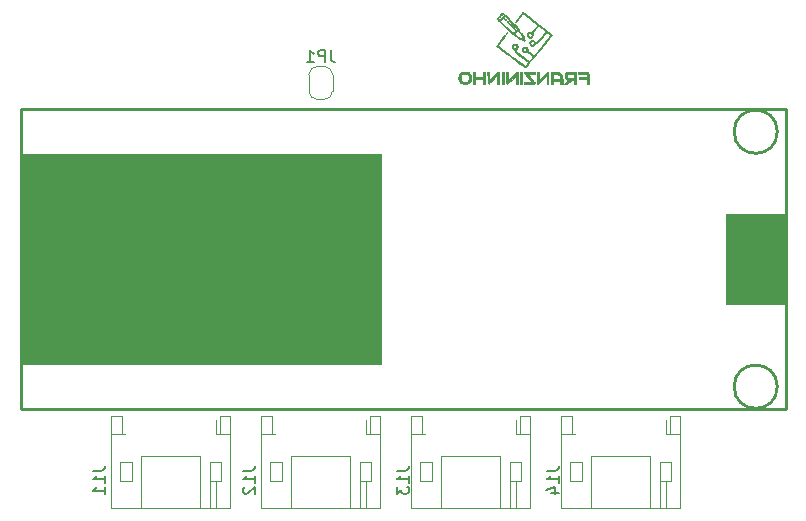
<source format=gbr>
%TF.GenerationSoftware,KiCad,Pcbnew,7.0.6-7.0.6~ubuntu22.04.1*%
%TF.CreationDate,2023-07-15T17:42:53-03:00*%
%TF.ProjectId,FRANZININHO-WIFI-MAKEYMAKEY,4652414e-5a49-44e4-994e-484f2d574946,1.0.0*%
%TF.SameCoordinates,Original*%
%TF.FileFunction,Legend,Bot*%
%TF.FilePolarity,Positive*%
%FSLAX46Y46*%
G04 Gerber Fmt 4.6, Leading zero omitted, Abs format (unit mm)*
G04 Created by KiCad (PCBNEW 7.0.6-7.0.6~ubuntu22.04.1) date 2023-07-15 17:42:53*
%MOMM*%
%LPD*%
G01*
G04 APERTURE LIST*
%ADD10C,0.150000*%
%ADD11C,0.010000*%
%ADD12C,0.254000*%
%ADD13C,0.120000*%
G04 APERTURE END LIST*
D10*
X139472319Y-119522976D02*
X140186604Y-119522976D01*
X140186604Y-119522976D02*
X140329461Y-119475357D01*
X140329461Y-119475357D02*
X140424700Y-119380119D01*
X140424700Y-119380119D02*
X140472319Y-119237262D01*
X140472319Y-119237262D02*
X140472319Y-119142024D01*
X140472319Y-120522976D02*
X140472319Y-119951548D01*
X140472319Y-120237262D02*
X139472319Y-120237262D01*
X139472319Y-120237262D02*
X139615176Y-120142024D01*
X139615176Y-120142024D02*
X139710414Y-120046786D01*
X139710414Y-120046786D02*
X139758033Y-119951548D01*
X139567557Y-120903929D02*
X139519938Y-120951548D01*
X139519938Y-120951548D02*
X139472319Y-121046786D01*
X139472319Y-121046786D02*
X139472319Y-121284881D01*
X139472319Y-121284881D02*
X139519938Y-121380119D01*
X139519938Y-121380119D02*
X139567557Y-121427738D01*
X139567557Y-121427738D02*
X139662795Y-121475357D01*
X139662795Y-121475357D02*
X139758033Y-121475357D01*
X139758033Y-121475357D02*
X139900890Y-121427738D01*
X139900890Y-121427738D02*
X140472319Y-120856310D01*
X140472319Y-120856310D02*
X140472319Y-121475357D01*
X152489819Y-119522976D02*
X153204104Y-119522976D01*
X153204104Y-119522976D02*
X153346961Y-119475357D01*
X153346961Y-119475357D02*
X153442200Y-119380119D01*
X153442200Y-119380119D02*
X153489819Y-119237262D01*
X153489819Y-119237262D02*
X153489819Y-119142024D01*
X153489819Y-120522976D02*
X153489819Y-119951548D01*
X153489819Y-120237262D02*
X152489819Y-120237262D01*
X152489819Y-120237262D02*
X152632676Y-120142024D01*
X152632676Y-120142024D02*
X152727914Y-120046786D01*
X152727914Y-120046786D02*
X152775533Y-119951548D01*
X152489819Y-120856310D02*
X152489819Y-121475357D01*
X152489819Y-121475357D02*
X152870771Y-121142024D01*
X152870771Y-121142024D02*
X152870771Y-121284881D01*
X152870771Y-121284881D02*
X152918390Y-121380119D01*
X152918390Y-121380119D02*
X152966009Y-121427738D01*
X152966009Y-121427738D02*
X153061247Y-121475357D01*
X153061247Y-121475357D02*
X153299342Y-121475357D01*
X153299342Y-121475357D02*
X153394580Y-121427738D01*
X153394580Y-121427738D02*
X153442200Y-121380119D01*
X153442200Y-121380119D02*
X153489819Y-121284881D01*
X153489819Y-121284881D02*
X153489819Y-120999167D01*
X153489819Y-120999167D02*
X153442200Y-120903929D01*
X153442200Y-120903929D02*
X153394580Y-120856310D01*
X126772319Y-119522976D02*
X127486604Y-119522976D01*
X127486604Y-119522976D02*
X127629461Y-119475357D01*
X127629461Y-119475357D02*
X127724700Y-119380119D01*
X127724700Y-119380119D02*
X127772319Y-119237262D01*
X127772319Y-119237262D02*
X127772319Y-119142024D01*
X127772319Y-120522976D02*
X127772319Y-119951548D01*
X127772319Y-120237262D02*
X126772319Y-120237262D01*
X126772319Y-120237262D02*
X126915176Y-120142024D01*
X126915176Y-120142024D02*
X127010414Y-120046786D01*
X127010414Y-120046786D02*
X127058033Y-119951548D01*
X127772319Y-121475357D02*
X127772319Y-120903929D01*
X127772319Y-121189643D02*
X126772319Y-121189643D01*
X126772319Y-121189643D02*
X126915176Y-121094405D01*
X126915176Y-121094405D02*
X127010414Y-120999167D01*
X127010414Y-120999167D02*
X127058033Y-120903929D01*
X146883333Y-83909819D02*
X146883333Y-84624104D01*
X146883333Y-84624104D02*
X146930952Y-84766961D01*
X146930952Y-84766961D02*
X147026190Y-84862200D01*
X147026190Y-84862200D02*
X147169047Y-84909819D01*
X147169047Y-84909819D02*
X147264285Y-84909819D01*
X146407142Y-84909819D02*
X146407142Y-83909819D01*
X146407142Y-83909819D02*
X146026190Y-83909819D01*
X146026190Y-83909819D02*
X145930952Y-83957438D01*
X145930952Y-83957438D02*
X145883333Y-84005057D01*
X145883333Y-84005057D02*
X145835714Y-84100295D01*
X145835714Y-84100295D02*
X145835714Y-84243152D01*
X145835714Y-84243152D02*
X145883333Y-84338390D01*
X145883333Y-84338390D02*
X145930952Y-84386009D01*
X145930952Y-84386009D02*
X146026190Y-84433628D01*
X146026190Y-84433628D02*
X146407142Y-84433628D01*
X144883333Y-84909819D02*
X145454761Y-84909819D01*
X145169047Y-84909819D02*
X145169047Y-83909819D01*
X145169047Y-83909819D02*
X145264285Y-84052676D01*
X145264285Y-84052676D02*
X145359523Y-84147914D01*
X145359523Y-84147914D02*
X145454761Y-84195533D01*
X165189819Y-119522976D02*
X165904104Y-119522976D01*
X165904104Y-119522976D02*
X166046961Y-119475357D01*
X166046961Y-119475357D02*
X166142200Y-119380119D01*
X166142200Y-119380119D02*
X166189819Y-119237262D01*
X166189819Y-119237262D02*
X166189819Y-119142024D01*
X166189819Y-120522976D02*
X166189819Y-119951548D01*
X166189819Y-120237262D02*
X165189819Y-120237262D01*
X165189819Y-120237262D02*
X165332676Y-120142024D01*
X165332676Y-120142024D02*
X165427914Y-120046786D01*
X165427914Y-120046786D02*
X165475533Y-119951548D01*
X165523152Y-121380119D02*
X166189819Y-121380119D01*
X165142200Y-121142024D02*
X165856485Y-120903929D01*
X165856485Y-120903929D02*
X165856485Y-121522976D01*
%TO.C,G\u002A\u002A\u002A*%
D11*
X168307392Y-85750500D02*
X168473260Y-85752887D01*
X168592241Y-85758606D01*
X168667380Y-85767868D01*
X168701721Y-85780880D01*
X168709836Y-85796811D01*
X168719937Y-85852549D01*
X168726891Y-85948737D01*
X168730908Y-86088804D01*
X168732200Y-86276180D01*
X168732200Y-86741000D01*
X168554400Y-86741000D01*
X168554400Y-85928200D01*
X167843200Y-85928200D01*
X167843200Y-85750400D01*
X168257221Y-85750400D01*
X168307392Y-85750500D01*
G36*
X168307392Y-85750500D02*
G01*
X168473260Y-85752887D01*
X168592241Y-85758606D01*
X168667380Y-85767868D01*
X168701721Y-85780880D01*
X168709836Y-85796811D01*
X168719937Y-85852549D01*
X168726891Y-85948737D01*
X168730908Y-86088804D01*
X168732200Y-86276180D01*
X168732200Y-86741000D01*
X168554400Y-86741000D01*
X168554400Y-85928200D01*
X167843200Y-85928200D01*
X167843200Y-85750400D01*
X168257221Y-85750400D01*
X168307392Y-85750500D01*
G37*
X167259725Y-85750443D02*
X167427927Y-85752643D01*
X167548821Y-85758313D01*
X167625315Y-85767657D01*
X167660321Y-85780880D01*
X167668436Y-85796811D01*
X167678537Y-85852549D01*
X167685491Y-85948737D01*
X167689508Y-86088804D01*
X167690800Y-86276180D01*
X167690800Y-86741000D01*
X167513000Y-86741000D01*
X167513000Y-85928200D01*
X166878000Y-85928200D01*
X166878000Y-86040685D01*
X166878731Y-86077369D01*
X166889147Y-86146221D01*
X166918229Y-86191401D01*
X166973960Y-86217717D01*
X167064327Y-86229981D01*
X167197315Y-86233000D01*
X167436800Y-86233000D01*
X167436800Y-86321900D01*
X167433628Y-86375661D01*
X167415454Y-86404525D01*
X167371090Y-86410800D01*
X167316883Y-86427123D01*
X167229980Y-86481899D01*
X167112657Y-86575900D01*
X167098713Y-86587832D01*
X167012904Y-86659514D01*
X166951324Y-86704418D01*
X166901879Y-86728723D01*
X166852474Y-86738608D01*
X166791017Y-86740255D01*
X166662100Y-86739510D01*
X166738725Y-86670405D01*
X166769264Y-86643167D01*
X166845444Y-86576503D01*
X166923574Y-86509364D01*
X167031799Y-86417429D01*
X166956332Y-86402336D01*
X166940363Y-86398078D01*
X166868406Y-86363963D01*
X166797881Y-86313097D01*
X166791472Y-86307333D01*
X166749581Y-86264279D01*
X166725184Y-86219598D01*
X166712256Y-86156900D01*
X166704774Y-86059795D01*
X166703734Y-86040885D01*
X166701058Y-85951400D01*
X166707171Y-85894381D01*
X166725575Y-85854273D01*
X166759771Y-85815520D01*
X166781073Y-85795067D01*
X166807120Y-85776439D01*
X166841059Y-85763878D01*
X166891472Y-85756188D01*
X166966939Y-85752176D01*
X167076044Y-85750644D01*
X167227366Y-85750400D01*
X167259725Y-85750443D01*
G36*
X167259725Y-85750443D02*
G01*
X167427927Y-85752643D01*
X167548821Y-85758313D01*
X167625315Y-85767657D01*
X167660321Y-85780880D01*
X167668436Y-85796811D01*
X167678537Y-85852549D01*
X167685491Y-85948737D01*
X167689508Y-86088804D01*
X167690800Y-86276180D01*
X167690800Y-86741000D01*
X167513000Y-86741000D01*
X167513000Y-85928200D01*
X166878000Y-85928200D01*
X166878000Y-86040685D01*
X166878731Y-86077369D01*
X166889147Y-86146221D01*
X166918229Y-86191401D01*
X166973960Y-86217717D01*
X167064327Y-86229981D01*
X167197315Y-86233000D01*
X167436800Y-86233000D01*
X167436800Y-86321900D01*
X167433628Y-86375661D01*
X167415454Y-86404525D01*
X167371090Y-86410800D01*
X167316883Y-86427123D01*
X167229980Y-86481899D01*
X167112657Y-86575900D01*
X167098713Y-86587832D01*
X167012904Y-86659514D01*
X166951324Y-86704418D01*
X166901879Y-86728723D01*
X166852474Y-86738608D01*
X166791017Y-86740255D01*
X166662100Y-86739510D01*
X166738725Y-86670405D01*
X166769264Y-86643167D01*
X166845444Y-86576503D01*
X166923574Y-86509364D01*
X167031799Y-86417429D01*
X166956332Y-86402336D01*
X166940363Y-86398078D01*
X166868406Y-86363963D01*
X166797881Y-86313097D01*
X166791472Y-86307333D01*
X166749581Y-86264279D01*
X166725184Y-86219598D01*
X166712256Y-86156900D01*
X166704774Y-86059795D01*
X166703734Y-86040885D01*
X166701058Y-85951400D01*
X166707171Y-85894381D01*
X166725575Y-85854273D01*
X166759771Y-85815520D01*
X166781073Y-85795067D01*
X166807120Y-85776439D01*
X166841059Y-85763878D01*
X166891472Y-85756188D01*
X166966939Y-85752176D01*
X167076044Y-85750644D01*
X167227366Y-85750400D01*
X167259725Y-85750443D01*
G37*
X166517607Y-86252320D02*
X166522400Y-86431519D01*
X166522400Y-86741000D01*
X166344600Y-86741000D01*
X166344600Y-86487000D01*
X165709600Y-86487000D01*
X165709600Y-86741000D01*
X165531800Y-86741000D01*
X165531800Y-86309200D01*
X165709600Y-86309200D01*
X166344600Y-86309200D01*
X166344600Y-86213251D01*
X166334399Y-86125674D01*
X166289194Y-86036899D01*
X166205667Y-85975453D01*
X166081422Y-85939748D01*
X165914062Y-85928200D01*
X165709600Y-85928200D01*
X165709600Y-86309200D01*
X165531800Y-86309200D01*
X165531800Y-86274210D01*
X165532220Y-86136990D01*
X165534261Y-86000009D01*
X165538444Y-85902095D01*
X165545259Y-85836649D01*
X165555197Y-85797070D01*
X165568748Y-85776756D01*
X165586455Y-85767871D01*
X165649277Y-85757005D01*
X165754952Y-85752663D01*
X165907274Y-85754596D01*
X165961971Y-85756232D01*
X166077240Y-85761252D01*
X166158009Y-85769021D01*
X166216120Y-85781784D01*
X166263419Y-85801786D01*
X166311749Y-85831274D01*
X166350751Y-85859090D01*
X166420836Y-85926582D01*
X166469934Y-86008711D01*
X166501155Y-86114338D01*
X166512949Y-86213251D01*
X166517607Y-86252320D01*
G36*
X166517607Y-86252320D02*
G01*
X166522400Y-86431519D01*
X166522400Y-86741000D01*
X166344600Y-86741000D01*
X166344600Y-86487000D01*
X165709600Y-86487000D01*
X165709600Y-86741000D01*
X165531800Y-86741000D01*
X165531800Y-86309200D01*
X165709600Y-86309200D01*
X166344600Y-86309200D01*
X166344600Y-86213251D01*
X166334399Y-86125674D01*
X166289194Y-86036899D01*
X166205667Y-85975453D01*
X166081422Y-85939748D01*
X165914062Y-85928200D01*
X165709600Y-85928200D01*
X165709600Y-86309200D01*
X165531800Y-86309200D01*
X165531800Y-86274210D01*
X165532220Y-86136990D01*
X165534261Y-86000009D01*
X165538444Y-85902095D01*
X165545259Y-85836649D01*
X165555197Y-85797070D01*
X165568748Y-85776756D01*
X165586455Y-85767871D01*
X165649277Y-85757005D01*
X165754952Y-85752663D01*
X165907274Y-85754596D01*
X165961971Y-85756232D01*
X166077240Y-85761252D01*
X166158009Y-85769021D01*
X166216120Y-85781784D01*
X166263419Y-85801786D01*
X166311749Y-85831274D01*
X166350751Y-85859090D01*
X166420836Y-85926582D01*
X166469934Y-86008711D01*
X166501155Y-86114338D01*
X166512949Y-86213251D01*
X166517607Y-86252320D01*
G37*
X165268457Y-85728177D02*
X165290604Y-85745661D01*
X165306695Y-85783808D01*
X165317636Y-85848640D01*
X165324331Y-85946181D01*
X165327684Y-86082453D01*
X165328600Y-86263480D01*
X165328600Y-86741000D01*
X165176200Y-86741000D01*
X165176200Y-86398100D01*
X165176080Y-86362849D01*
X165173698Y-86242133D01*
X165168728Y-86144450D01*
X165161784Y-86079054D01*
X165153478Y-86055200D01*
X165130181Y-86072389D01*
X165078008Y-86121080D01*
X165002919Y-86195466D01*
X164910775Y-86289742D01*
X164807435Y-86398100D01*
X164728238Y-86481231D01*
X164612686Y-86597503D01*
X164523436Y-86678526D01*
X164456686Y-86726834D01*
X164408634Y-86744963D01*
X164375479Y-86735448D01*
X164353418Y-86700822D01*
X164349052Y-86670749D01*
X164344638Y-86596374D01*
X164341137Y-86488040D01*
X164338831Y-86354754D01*
X164338000Y-86205522D01*
X164338000Y-85750400D01*
X164515800Y-85750400D01*
X164516550Y-86099650D01*
X164517299Y-86448900D01*
X164872540Y-86086950D01*
X164892370Y-86066777D01*
X165000059Y-85958354D01*
X165095119Y-85864484D01*
X165171869Y-85790647D01*
X165224627Y-85742325D01*
X165247711Y-85725000D01*
X165268457Y-85728177D01*
G36*
X165268457Y-85728177D02*
G01*
X165290604Y-85745661D01*
X165306695Y-85783808D01*
X165317636Y-85848640D01*
X165324331Y-85946181D01*
X165327684Y-86082453D01*
X165328600Y-86263480D01*
X165328600Y-86741000D01*
X165176200Y-86741000D01*
X165176200Y-86398100D01*
X165176080Y-86362849D01*
X165173698Y-86242133D01*
X165168728Y-86144450D01*
X165161784Y-86079054D01*
X165153478Y-86055200D01*
X165130181Y-86072389D01*
X165078008Y-86121080D01*
X165002919Y-86195466D01*
X164910775Y-86289742D01*
X164807435Y-86398100D01*
X164728238Y-86481231D01*
X164612686Y-86597503D01*
X164523436Y-86678526D01*
X164456686Y-86726834D01*
X164408634Y-86744963D01*
X164375479Y-86735448D01*
X164353418Y-86700822D01*
X164349052Y-86670749D01*
X164344638Y-86596374D01*
X164341137Y-86488040D01*
X164338831Y-86354754D01*
X164338000Y-86205522D01*
X164338000Y-85750400D01*
X164515800Y-85750400D01*
X164516550Y-86099650D01*
X164517299Y-86448900D01*
X164872540Y-86086950D01*
X164892370Y-86066777D01*
X165000059Y-85958354D01*
X165095119Y-85864484D01*
X165171869Y-85790647D01*
X165224627Y-85742325D01*
X165247711Y-85725000D01*
X165268457Y-85728177D01*
G37*
X164185600Y-85926636D02*
X163577582Y-85940900D01*
X163881591Y-86278447D01*
X163968851Y-86376685D01*
X164055465Y-86477295D01*
X164124112Y-86560492D01*
X164169316Y-86619618D01*
X164185600Y-86648017D01*
X164182184Y-86666120D01*
X164155120Y-86710520D01*
X164150070Y-86714206D01*
X164105613Y-86726241D01*
X164019583Y-86734579D01*
X163888933Y-86739429D01*
X163710620Y-86741000D01*
X163296600Y-86741000D01*
X163296600Y-86563200D01*
X163588700Y-86563200D01*
X163697335Y-86562162D01*
X163792576Y-86559092D01*
X163857073Y-86554479D01*
X163880800Y-86548816D01*
X163871524Y-86534870D01*
X163833356Y-86488143D01*
X163770828Y-86415202D01*
X163689529Y-86322544D01*
X163595050Y-86216667D01*
X163533692Y-86148366D01*
X163433934Y-86036411D01*
X163362576Y-85953796D01*
X163315786Y-85894988D01*
X163289734Y-85854454D01*
X163280590Y-85826661D01*
X163284524Y-85806078D01*
X163297704Y-85787170D01*
X163305275Y-85780292D01*
X163335006Y-85768073D01*
X163388209Y-85759521D01*
X163471709Y-85754089D01*
X163592334Y-85751231D01*
X163756911Y-85750400D01*
X164185600Y-85750400D01*
X164185600Y-85926636D01*
G36*
X164185600Y-85926636D02*
G01*
X163577582Y-85940900D01*
X163881591Y-86278447D01*
X163968851Y-86376685D01*
X164055465Y-86477295D01*
X164124112Y-86560492D01*
X164169316Y-86619618D01*
X164185600Y-86648017D01*
X164182184Y-86666120D01*
X164155120Y-86710520D01*
X164150070Y-86714206D01*
X164105613Y-86726241D01*
X164019583Y-86734579D01*
X163888933Y-86739429D01*
X163710620Y-86741000D01*
X163296600Y-86741000D01*
X163296600Y-86563200D01*
X163588700Y-86563200D01*
X163697335Y-86562162D01*
X163792576Y-86559092D01*
X163857073Y-86554479D01*
X163880800Y-86548816D01*
X163871524Y-86534870D01*
X163833356Y-86488143D01*
X163770828Y-86415202D01*
X163689529Y-86322544D01*
X163595050Y-86216667D01*
X163533692Y-86148366D01*
X163433934Y-86036411D01*
X163362576Y-85953796D01*
X163315786Y-85894988D01*
X163289734Y-85854454D01*
X163280590Y-85826661D01*
X163284524Y-85806078D01*
X163297704Y-85787170D01*
X163305275Y-85780292D01*
X163335006Y-85768073D01*
X163388209Y-85759521D01*
X163471709Y-85754089D01*
X163592334Y-85751231D01*
X163756911Y-85750400D01*
X164185600Y-85750400D01*
X164185600Y-85926636D01*
G37*
X163118800Y-86741000D02*
X162941000Y-86741000D01*
X162941000Y-85750400D01*
X163118800Y-85750400D01*
X163118800Y-86741000D01*
G36*
X163118800Y-86741000D02*
G01*
X162941000Y-86741000D01*
X162941000Y-85750400D01*
X163118800Y-85750400D01*
X163118800Y-86741000D01*
G37*
X162683125Y-85748325D02*
X162689467Y-85751827D01*
X162706884Y-85764925D01*
X162719520Y-85785899D01*
X162728142Y-85821902D01*
X162733516Y-85880090D01*
X162736407Y-85967615D01*
X162737580Y-86091631D01*
X162737800Y-86259293D01*
X162737800Y-86741000D01*
X162560000Y-86741000D01*
X162557906Y-86042500D01*
X162215866Y-86393492D01*
X162083336Y-86529325D01*
X161973949Y-86637415D01*
X161892494Y-86707088D01*
X161834733Y-86736934D01*
X161796428Y-86725541D01*
X161773340Y-86671497D01*
X161761232Y-86573391D01*
X161755866Y-86429813D01*
X161753002Y-86239350D01*
X161746104Y-85750400D01*
X161925000Y-85750400D01*
X161926634Y-86448900D01*
X162277542Y-86083982D01*
X162285547Y-86075658D01*
X162404042Y-85953127D01*
X162493277Y-85863047D01*
X162558467Y-85801102D01*
X162604831Y-85762974D01*
X162637584Y-85744347D01*
X162661943Y-85740903D01*
X162683125Y-85748325D01*
G36*
X162683125Y-85748325D02*
G01*
X162689467Y-85751827D01*
X162706884Y-85764925D01*
X162719520Y-85785899D01*
X162728142Y-85821902D01*
X162733516Y-85880090D01*
X162736407Y-85967615D01*
X162737580Y-86091631D01*
X162737800Y-86259293D01*
X162737800Y-86741000D01*
X162560000Y-86741000D01*
X162557906Y-86042500D01*
X162215866Y-86393492D01*
X162083336Y-86529325D01*
X161973949Y-86637415D01*
X161892494Y-86707088D01*
X161834733Y-86736934D01*
X161796428Y-86725541D01*
X161773340Y-86671497D01*
X161761232Y-86573391D01*
X161755866Y-86429813D01*
X161753002Y-86239350D01*
X161746104Y-85750400D01*
X161925000Y-85750400D01*
X161926634Y-86448900D01*
X162277542Y-86083982D01*
X162285547Y-86075658D01*
X162404042Y-85953127D01*
X162493277Y-85863047D01*
X162558467Y-85801102D01*
X162604831Y-85762974D01*
X162637584Y-85744347D01*
X162661943Y-85740903D01*
X162683125Y-85748325D01*
G37*
X161544000Y-86741000D02*
X161366200Y-86741000D01*
X161366200Y-85750400D01*
X161544000Y-85750400D01*
X161544000Y-86741000D01*
G36*
X161544000Y-86741000D02*
G01*
X161366200Y-86741000D01*
X161366200Y-85750400D01*
X161544000Y-85750400D01*
X161544000Y-86741000D01*
G37*
X161103359Y-85759869D02*
X161124720Y-85815445D01*
X161134712Y-85916370D01*
X161137587Y-86064455D01*
X161137600Y-86261510D01*
X161137600Y-86741000D01*
X160985200Y-86741000D01*
X160985200Y-86398100D01*
X160985094Y-86362855D01*
X160982973Y-86242137D01*
X160978548Y-86144452D01*
X160972366Y-86079055D01*
X160964971Y-86055200D01*
X160964951Y-86055200D01*
X160941819Y-86072907D01*
X160889843Y-86121959D01*
X160814827Y-86196582D01*
X160722574Y-86291003D01*
X160618888Y-86399449D01*
X160510935Y-86513456D01*
X160400892Y-86626357D01*
X160318913Y-86700302D01*
X160260745Y-86733745D01*
X160222135Y-86725141D01*
X160198829Y-86672945D01*
X160186574Y-86575611D01*
X160181116Y-86431594D01*
X160178202Y-86239350D01*
X160171304Y-85750400D01*
X160324800Y-85750400D01*
X160324800Y-86093300D01*
X160324852Y-86128527D01*
X160325877Y-86249251D01*
X160328014Y-86346941D01*
X160331001Y-86412342D01*
X160334573Y-86436200D01*
X160335728Y-86435601D01*
X160361600Y-86412338D01*
X160416515Y-86359241D01*
X160494953Y-86281753D01*
X160591397Y-86185317D01*
X160700329Y-86075378D01*
X160819151Y-85954846D01*
X160928525Y-85847131D01*
X161009515Y-85777523D01*
X161066375Y-85747832D01*
X161103359Y-85759869D01*
G36*
X161103359Y-85759869D02*
G01*
X161124720Y-85815445D01*
X161134712Y-85916370D01*
X161137587Y-86064455D01*
X161137600Y-86261510D01*
X161137600Y-86741000D01*
X160985200Y-86741000D01*
X160985200Y-86398100D01*
X160985094Y-86362855D01*
X160982973Y-86242137D01*
X160978548Y-86144452D01*
X160972366Y-86079055D01*
X160964971Y-86055200D01*
X160964951Y-86055200D01*
X160941819Y-86072907D01*
X160889843Y-86121959D01*
X160814827Y-86196582D01*
X160722574Y-86291003D01*
X160618888Y-86399449D01*
X160510935Y-86513456D01*
X160400892Y-86626357D01*
X160318913Y-86700302D01*
X160260745Y-86733745D01*
X160222135Y-86725141D01*
X160198829Y-86672945D01*
X160186574Y-86575611D01*
X160181116Y-86431594D01*
X160178202Y-86239350D01*
X160171304Y-85750400D01*
X160324800Y-85750400D01*
X160324800Y-86093300D01*
X160324852Y-86128527D01*
X160325877Y-86249251D01*
X160328014Y-86346941D01*
X160331001Y-86412342D01*
X160334573Y-86436200D01*
X160335728Y-86435601D01*
X160361600Y-86412338D01*
X160416515Y-86359241D01*
X160494953Y-86281753D01*
X160591397Y-86185317D01*
X160700329Y-86075378D01*
X160819151Y-85954846D01*
X160928525Y-85847131D01*
X161009515Y-85777523D01*
X161066375Y-85747832D01*
X161103359Y-85759869D01*
G37*
X159131000Y-86156800D02*
X159766000Y-86156800D01*
X159766000Y-85750400D01*
X159943800Y-85750400D01*
X159943800Y-86741000D01*
X159766000Y-86741000D01*
X159766000Y-86334600D01*
X159131000Y-86334600D01*
X159131000Y-86741000D01*
X158953200Y-86741000D01*
X158953200Y-85750400D01*
X159131000Y-85750400D01*
X159131000Y-86156800D01*
G36*
X159131000Y-86156800D02*
G01*
X159766000Y-86156800D01*
X159766000Y-85750400D01*
X159943800Y-85750400D01*
X159943800Y-86741000D01*
X159766000Y-86741000D01*
X159766000Y-86334600D01*
X159131000Y-86334600D01*
X159131000Y-86741000D01*
X158953200Y-86741000D01*
X158953200Y-85750400D01*
X159131000Y-85750400D01*
X159131000Y-86156800D01*
G37*
X158768145Y-86377311D02*
X158740026Y-86504978D01*
X158684777Y-86603135D01*
X158599438Y-86679959D01*
X158564256Y-86702060D01*
X158517082Y-86722584D01*
X158458527Y-86734365D01*
X158375463Y-86739728D01*
X158254758Y-86741000D01*
X158242275Y-86740977D01*
X158086668Y-86734978D01*
X157970825Y-86715609D01*
X157885197Y-86678889D01*
X157820233Y-86620839D01*
X157766384Y-86537479D01*
X157759135Y-86523003D01*
X157718168Y-86390183D01*
X157705601Y-86237671D01*
X157705766Y-86236086D01*
X157886400Y-86236086D01*
X157886759Y-86276140D01*
X157895037Y-86388283D01*
X157917965Y-86464428D01*
X157960433Y-86515557D01*
X158027329Y-86552650D01*
X158095518Y-86571095D01*
X158205587Y-86583105D01*
X158326865Y-86583294D01*
X158438344Y-86570740D01*
X158500629Y-86546091D01*
X158555640Y-86482812D01*
X158587395Y-86379985D01*
X158597600Y-86234002D01*
X158597524Y-86203673D01*
X158594792Y-86112444D01*
X158585421Y-86053875D01*
X158565734Y-86013557D01*
X158532054Y-85977077D01*
X158509862Y-85957622D01*
X158472602Y-85935123D01*
X158423477Y-85922412D01*
X158349518Y-85916775D01*
X158237755Y-85915500D01*
X158133052Y-85916261D01*
X158059810Y-85920676D01*
X158012893Y-85931838D01*
X157979718Y-85952837D01*
X157947701Y-85986766D01*
X157922862Y-86019012D01*
X157899888Y-86068365D01*
X157889093Y-86135196D01*
X157886400Y-86236086D01*
X157705766Y-86236086D01*
X157721454Y-86085377D01*
X157765750Y-85953213D01*
X157814621Y-85872586D01*
X157881013Y-85806992D01*
X157967910Y-85765571D01*
X158085007Y-85743936D01*
X158242000Y-85737700D01*
X158351542Y-85740101D01*
X158475135Y-85754036D01*
X158567579Y-85784041D01*
X158640006Y-85834242D01*
X158703548Y-85908766D01*
X158727556Y-85947205D01*
X158750473Y-86007066D01*
X158764048Y-86087580D01*
X158771761Y-86203792D01*
X158772092Y-86211958D01*
X158771565Y-86234002D01*
X158768145Y-86377311D01*
G36*
X158768145Y-86377311D02*
G01*
X158740026Y-86504978D01*
X158684777Y-86603135D01*
X158599438Y-86679959D01*
X158564256Y-86702060D01*
X158517082Y-86722584D01*
X158458527Y-86734365D01*
X158375463Y-86739728D01*
X158254758Y-86741000D01*
X158242275Y-86740977D01*
X158086668Y-86734978D01*
X157970825Y-86715609D01*
X157885197Y-86678889D01*
X157820233Y-86620839D01*
X157766384Y-86537479D01*
X157759135Y-86523003D01*
X157718168Y-86390183D01*
X157705601Y-86237671D01*
X157705766Y-86236086D01*
X157886400Y-86236086D01*
X157886759Y-86276140D01*
X157895037Y-86388283D01*
X157917965Y-86464428D01*
X157960433Y-86515557D01*
X158027329Y-86552650D01*
X158095518Y-86571095D01*
X158205587Y-86583105D01*
X158326865Y-86583294D01*
X158438344Y-86570740D01*
X158500629Y-86546091D01*
X158555640Y-86482812D01*
X158587395Y-86379985D01*
X158597600Y-86234002D01*
X158597524Y-86203673D01*
X158594792Y-86112444D01*
X158585421Y-86053875D01*
X158565734Y-86013557D01*
X158532054Y-85977077D01*
X158509862Y-85957622D01*
X158472602Y-85935123D01*
X158423477Y-85922412D01*
X158349518Y-85916775D01*
X158237755Y-85915500D01*
X158133052Y-85916261D01*
X158059810Y-85920676D01*
X158012893Y-85931838D01*
X157979718Y-85952837D01*
X157947701Y-85986766D01*
X157922862Y-86019012D01*
X157899888Y-86068365D01*
X157889093Y-86135196D01*
X157886400Y-86236086D01*
X157705766Y-86236086D01*
X157721454Y-86085377D01*
X157765750Y-85953213D01*
X157814621Y-85872586D01*
X157881013Y-85806992D01*
X157967910Y-85765571D01*
X158085007Y-85743936D01*
X158242000Y-85737700D01*
X158351542Y-85740101D01*
X158475135Y-85754036D01*
X158567579Y-85784041D01*
X158640006Y-85834242D01*
X158703548Y-85908766D01*
X158727556Y-85947205D01*
X158750473Y-86007066D01*
X158764048Y-86087580D01*
X158771761Y-86203792D01*
X158772092Y-86211958D01*
X158771565Y-86234002D01*
X158768145Y-86377311D01*
G37*
X168478200Y-86334600D02*
X167919400Y-86334600D01*
X167919400Y-86156800D01*
X168478200Y-86156800D01*
X168478200Y-86334600D01*
G36*
X168478200Y-86334600D02*
G01*
X167919400Y-86334600D01*
X167919400Y-86156800D01*
X168478200Y-86156800D01*
X168478200Y-86334600D01*
G37*
X163975770Y-82692640D02*
X163910080Y-82782532D01*
X163892688Y-82797484D01*
X163815401Y-82843962D01*
X163736935Y-82849275D01*
X163640509Y-82815475D01*
X163599301Y-82791426D01*
X163533507Y-82720247D01*
X163504533Y-82634944D01*
X163507610Y-82572964D01*
X163606421Y-82572964D01*
X163608290Y-82646736D01*
X163647851Y-82711163D01*
X163675250Y-82731759D01*
X163746880Y-82753597D01*
X163813950Y-82738857D01*
X163867398Y-82696794D01*
X163898164Y-82636660D01*
X163897185Y-82567711D01*
X163855400Y-82499200D01*
X163807494Y-82465933D01*
X163745037Y-82448400D01*
X163692823Y-82459385D01*
X163636510Y-82505346D01*
X163606421Y-82572964D01*
X163507610Y-82572964D01*
X163508957Y-82545842D01*
X163543357Y-82463261D01*
X163604312Y-82397526D01*
X163688399Y-82358958D01*
X163792197Y-82357879D01*
X163812146Y-82361162D01*
X163842714Y-82361199D01*
X163873786Y-82349467D01*
X163911883Y-82320614D01*
X163963527Y-82269289D01*
X164035240Y-82190142D01*
X164133545Y-82077821D01*
X164183487Y-82019862D01*
X164264696Y-81922753D01*
X164328830Y-81842299D01*
X164370313Y-81785589D01*
X164383573Y-81759714D01*
X164381117Y-81756237D01*
X164349022Y-81726361D01*
X164284763Y-81672061D01*
X164194318Y-81598028D01*
X164083666Y-81508950D01*
X163958785Y-81409516D01*
X163825654Y-81304415D01*
X163690252Y-81198337D01*
X163558557Y-81095969D01*
X163436547Y-81002003D01*
X163330202Y-80921126D01*
X163245500Y-80858027D01*
X163188420Y-80817397D01*
X163164939Y-80803923D01*
X163164835Y-80803965D01*
X163143854Y-80825602D01*
X163096892Y-80880830D01*
X163029149Y-80963318D01*
X162945826Y-81066735D01*
X162852122Y-81184750D01*
X162850207Y-81187178D01*
X162756440Y-81304591D01*
X162672705Y-81406739D01*
X162604275Y-81487404D01*
X162556426Y-81540364D01*
X162534432Y-81559400D01*
X162518275Y-81557194D01*
X162504739Y-81540690D01*
X162512793Y-81504767D01*
X162544673Y-81445547D01*
X162602616Y-81359151D01*
X162688861Y-81241701D01*
X162805646Y-81089319D01*
X162835329Y-81051170D01*
X162930832Y-80929891D01*
X163014944Y-80825250D01*
X163082793Y-80743171D01*
X163129506Y-80689580D01*
X163150210Y-80670400D01*
X163174954Y-80685503D01*
X163234986Y-80729095D01*
X163326078Y-80797857D01*
X163444048Y-80888467D01*
X163584714Y-80997606D01*
X163743894Y-81121953D01*
X163917407Y-81258189D01*
X164101070Y-81402993D01*
X164290702Y-81553044D01*
X164482121Y-81705023D01*
X164671145Y-81855609D01*
X164853593Y-82001482D01*
X165025281Y-82139322D01*
X165182029Y-82265809D01*
X165319655Y-82377621D01*
X165433977Y-82471440D01*
X165520813Y-82543944D01*
X165575982Y-82591814D01*
X165595300Y-82611729D01*
X165588805Y-82623133D01*
X165553958Y-82671190D01*
X165491272Y-82753265D01*
X165403335Y-82866092D01*
X165292736Y-83006405D01*
X165162062Y-83170937D01*
X165013903Y-83356423D01*
X164850848Y-83559595D01*
X164675484Y-83777187D01*
X164490400Y-84005933D01*
X164369192Y-84155311D01*
X164189682Y-84376035D01*
X164021091Y-84582729D01*
X163866045Y-84772208D01*
X163727169Y-84941284D01*
X163607088Y-85086772D01*
X163508428Y-85205486D01*
X163433813Y-85294240D01*
X163385869Y-85349848D01*
X163367220Y-85369123D01*
X163349622Y-85359664D01*
X163294838Y-85322684D01*
X163207655Y-85260782D01*
X163092382Y-85177200D01*
X162953326Y-85075183D01*
X162794794Y-84957974D01*
X162621096Y-84828817D01*
X162436538Y-84690955D01*
X162245429Y-84547633D01*
X162052075Y-84402094D01*
X161860786Y-84257582D01*
X161675868Y-84117340D01*
X161501629Y-83984612D01*
X161342378Y-83862641D01*
X161202421Y-83754672D01*
X161086068Y-83663948D01*
X160997624Y-83593713D01*
X160941399Y-83547211D01*
X160921700Y-83527684D01*
X160935764Y-83499796D01*
X160976713Y-83438832D01*
X161039785Y-83351238D01*
X161120201Y-83243133D01*
X161213184Y-83120636D01*
X161313957Y-82989864D01*
X161417740Y-82856937D01*
X161519756Y-82727973D01*
X161615227Y-82609090D01*
X161699375Y-82506408D01*
X161767422Y-82426043D01*
X161814590Y-82374115D01*
X161836100Y-82356743D01*
X161852143Y-82364744D01*
X161860400Y-82385557D01*
X161851138Y-82421555D01*
X161821876Y-82476728D01*
X161770132Y-82555063D01*
X161693423Y-82660551D01*
X161589268Y-82797179D01*
X161455185Y-82968937D01*
X161344573Y-83110154D01*
X161244509Y-83238886D01*
X161159656Y-83349063D01*
X161094089Y-83435362D01*
X161051883Y-83492461D01*
X161037114Y-83515037D01*
X161037872Y-83516076D01*
X161064934Y-83538668D01*
X161127522Y-83587564D01*
X161221189Y-83659437D01*
X161341488Y-83750959D01*
X161483973Y-83858803D01*
X161644197Y-83979641D01*
X161817712Y-84110147D01*
X162000073Y-84246993D01*
X162186833Y-84386851D01*
X162373544Y-84526395D01*
X162555761Y-84662296D01*
X162729037Y-84791229D01*
X162888924Y-84909865D01*
X163030976Y-85014877D01*
X163150747Y-85102938D01*
X163243789Y-85170720D01*
X163305656Y-85214897D01*
X163331902Y-85232140D01*
X163339259Y-85231202D01*
X163375328Y-85205294D01*
X163427917Y-85154551D01*
X163486902Y-85090328D01*
X163542157Y-85023981D01*
X163583557Y-84966867D01*
X163600980Y-84930341D01*
X163600725Y-84929423D01*
X163577212Y-84905686D01*
X163519131Y-84855697D01*
X163431581Y-84783605D01*
X163319657Y-84693559D01*
X163188458Y-84589709D01*
X163043080Y-84476204D01*
X162929524Y-84388010D01*
X162788793Y-84277950D01*
X162680830Y-84191813D01*
X162601102Y-84125391D01*
X162545074Y-84074477D01*
X162508215Y-84034861D01*
X162485990Y-84002337D01*
X162473867Y-83972695D01*
X162467311Y-83941729D01*
X162467127Y-83940582D01*
X162442087Y-83860230D01*
X162397687Y-83820931D01*
X162328085Y-83779995D01*
X162265753Y-83696037D01*
X162247667Y-83606610D01*
X162334881Y-83606610D01*
X162370941Y-83687348D01*
X162386453Y-83705360D01*
X162452774Y-83739469D01*
X162528824Y-83737104D01*
X162594164Y-83697349D01*
X162615557Y-83668803D01*
X162637504Y-83596683D01*
X162622855Y-83529473D01*
X162580806Y-83476176D01*
X162520550Y-83445796D01*
X162451283Y-83447336D01*
X162382200Y-83489800D01*
X162348134Y-83533994D01*
X162334881Y-83606610D01*
X162247667Y-83606610D01*
X162243655Y-83586771D01*
X162246771Y-83534781D01*
X162269941Y-83471866D01*
X162326028Y-83411000D01*
X162334013Y-83404035D01*
X162427344Y-83349013D01*
X162523490Y-83343521D01*
X162628472Y-83387083D01*
X162693272Y-83444022D01*
X162727079Y-83529514D01*
X162730761Y-83596683D01*
X162730790Y-83597223D01*
X162711238Y-83689282D01*
X162669412Y-83764738D01*
X162612247Y-83806841D01*
X162608651Y-83808048D01*
X162570985Y-83839370D01*
X162560043Y-83904261D01*
X162560281Y-83913656D01*
X162564842Y-83939339D01*
X162578649Y-83967017D01*
X162606170Y-84000781D01*
X162651873Y-84044724D01*
X162720226Y-84102936D01*
X162815698Y-84179510D01*
X162942756Y-84278537D01*
X163105868Y-84404108D01*
X163109799Y-84407126D01*
X163254353Y-84517752D01*
X163385910Y-84617793D01*
X163499025Y-84703161D01*
X163588254Y-84769765D01*
X163648152Y-84813516D01*
X163673275Y-84830324D01*
X163687529Y-84825031D01*
X163727610Y-84789605D01*
X163782469Y-84730158D01*
X163843921Y-84656937D01*
X163903784Y-84580188D01*
X163953875Y-84510155D01*
X163986013Y-84457085D01*
X163992013Y-84431224D01*
X163977187Y-84418078D01*
X163912960Y-84363845D01*
X163831757Y-84297931D01*
X163742970Y-84227635D01*
X163655987Y-84160255D01*
X163580199Y-84103090D01*
X163524995Y-84063439D01*
X163499765Y-84048600D01*
X163466125Y-84055670D01*
X163408895Y-84074762D01*
X163386854Y-84081361D01*
X163292970Y-84082020D01*
X163200248Y-84049308D01*
X163131579Y-83990204D01*
X163112208Y-83955939D01*
X163091603Y-83856542D01*
X163098011Y-83822163D01*
X163174031Y-83822163D01*
X163177049Y-83861804D01*
X163210770Y-83914085D01*
X163270335Y-83972684D01*
X163340792Y-83990780D01*
X163417250Y-83959013D01*
X163434665Y-83943937D01*
X163469557Y-83876878D01*
X163469535Y-83798982D01*
X163433115Y-83731542D01*
X163399084Y-83707984D01*
X163325332Y-83695849D01*
X163251340Y-83719142D01*
X163196314Y-83774385D01*
X163174031Y-83822163D01*
X163098011Y-83822163D01*
X163110737Y-83753886D01*
X163167647Y-83665646D01*
X163202811Y-83635360D01*
X163298231Y-83593415D01*
X163398640Y-83600628D01*
X163497852Y-83657157D01*
X163500880Y-83659718D01*
X163549003Y-83709070D01*
X163570848Y-83762879D01*
X163576000Y-83844068D01*
X163576000Y-83876878D01*
X163576000Y-83965221D01*
X163826227Y-84170014D01*
X164076453Y-84374808D01*
X164772377Y-83511878D01*
X164869799Y-83390969D01*
X165009449Y-83217260D01*
X165136851Y-83058321D01*
X165248724Y-82918271D01*
X165341783Y-82801235D01*
X165412746Y-82711333D01*
X165458330Y-82652686D01*
X165475253Y-82629417D01*
X165467212Y-82612681D01*
X165428463Y-82573336D01*
X165368618Y-82522522D01*
X165299505Y-82469263D01*
X165232958Y-82422583D01*
X165180805Y-82391506D01*
X165154879Y-82385054D01*
X165147814Y-82393093D01*
X165112376Y-82435244D01*
X165052043Y-82507827D01*
X164971595Y-82605069D01*
X164875813Y-82721197D01*
X164769476Y-82850440D01*
X164678564Y-82960812D01*
X164579761Y-83079314D01*
X164504342Y-83166734D01*
X164447390Y-83227917D01*
X164403988Y-83267708D01*
X164389920Y-83277112D01*
X164369217Y-83290952D01*
X164338160Y-83302493D01*
X164305901Y-83307177D01*
X164263693Y-83312616D01*
X164217240Y-83333472D01*
X164195547Y-83377429D01*
X164191479Y-83390770D01*
X164142637Y-83464595D01*
X164065098Y-83519245D01*
X163977714Y-83540600D01*
X163884646Y-83526443D01*
X163794910Y-83476518D01*
X163735535Y-83400258D01*
X163711115Y-83307831D01*
X163714567Y-83285371D01*
X163804600Y-83285371D01*
X163814813Y-83344753D01*
X163844515Y-83399085D01*
X163855106Y-83408789D01*
X163922366Y-83439861D01*
X163991442Y-83433614D01*
X164051875Y-83398663D01*
X164093208Y-83343623D01*
X164104984Y-83277112D01*
X164076745Y-83207746D01*
X164019873Y-83160688D01*
X163947137Y-83145163D01*
X163877482Y-83163487D01*
X163825204Y-83211582D01*
X163804600Y-83285371D01*
X163714567Y-83285371D01*
X163726242Y-83209406D01*
X163785511Y-83115150D01*
X163801630Y-83099572D01*
X163862709Y-83067258D01*
X163952079Y-83058000D01*
X163953182Y-83058000D01*
X164030762Y-83064341D01*
X164088184Y-83090535D01*
X164149841Y-83147637D01*
X164200636Y-83196409D01*
X164249065Y-83223167D01*
X164297296Y-83221484D01*
X164316922Y-83211297D01*
X164374730Y-83160735D01*
X164460994Y-83069115D01*
X164575343Y-82936842D01*
X164717406Y-82764321D01*
X164767890Y-82701728D01*
X164866046Y-82578722D01*
X164950241Y-82471466D01*
X165015924Y-82385852D01*
X165058545Y-82327774D01*
X165073552Y-82303124D01*
X165055764Y-82282112D01*
X165005371Y-82237430D01*
X164931270Y-82176362D01*
X164842384Y-82105794D01*
X164747634Y-82032613D01*
X164655943Y-81963706D01*
X164576233Y-81905960D01*
X164517428Y-81866263D01*
X164488448Y-81851500D01*
X164479658Y-81856214D01*
X164440609Y-81891299D01*
X164378261Y-81955022D01*
X164299042Y-82040702D01*
X164209377Y-82141657D01*
X164176533Y-82179457D01*
X164085902Y-82286221D01*
X164024662Y-82363962D01*
X163988613Y-82418830D01*
X163973556Y-82456977D01*
X163975292Y-82484557D01*
X163995371Y-82584721D01*
X163985937Y-82636660D01*
X163975770Y-82692640D01*
G36*
X163975770Y-82692640D02*
G01*
X163910080Y-82782532D01*
X163892688Y-82797484D01*
X163815401Y-82843962D01*
X163736935Y-82849275D01*
X163640509Y-82815475D01*
X163599301Y-82791426D01*
X163533507Y-82720247D01*
X163504533Y-82634944D01*
X163507610Y-82572964D01*
X163606421Y-82572964D01*
X163608290Y-82646736D01*
X163647851Y-82711163D01*
X163675250Y-82731759D01*
X163746880Y-82753597D01*
X163813950Y-82738857D01*
X163867398Y-82696794D01*
X163898164Y-82636660D01*
X163897185Y-82567711D01*
X163855400Y-82499200D01*
X163807494Y-82465933D01*
X163745037Y-82448400D01*
X163692823Y-82459385D01*
X163636510Y-82505346D01*
X163606421Y-82572964D01*
X163507610Y-82572964D01*
X163508957Y-82545842D01*
X163543357Y-82463261D01*
X163604312Y-82397526D01*
X163688399Y-82358958D01*
X163792197Y-82357879D01*
X163812146Y-82361162D01*
X163842714Y-82361199D01*
X163873786Y-82349467D01*
X163911883Y-82320614D01*
X163963527Y-82269289D01*
X164035240Y-82190142D01*
X164133545Y-82077821D01*
X164183487Y-82019862D01*
X164264696Y-81922753D01*
X164328830Y-81842299D01*
X164370313Y-81785589D01*
X164383573Y-81759714D01*
X164381117Y-81756237D01*
X164349022Y-81726361D01*
X164284763Y-81672061D01*
X164194318Y-81598028D01*
X164083666Y-81508950D01*
X163958785Y-81409516D01*
X163825654Y-81304415D01*
X163690252Y-81198337D01*
X163558557Y-81095969D01*
X163436547Y-81002003D01*
X163330202Y-80921126D01*
X163245500Y-80858027D01*
X163188420Y-80817397D01*
X163164939Y-80803923D01*
X163164835Y-80803965D01*
X163143854Y-80825602D01*
X163096892Y-80880830D01*
X163029149Y-80963318D01*
X162945826Y-81066735D01*
X162852122Y-81184750D01*
X162850207Y-81187178D01*
X162756440Y-81304591D01*
X162672705Y-81406739D01*
X162604275Y-81487404D01*
X162556426Y-81540364D01*
X162534432Y-81559400D01*
X162518275Y-81557194D01*
X162504739Y-81540690D01*
X162512793Y-81504767D01*
X162544673Y-81445547D01*
X162602616Y-81359151D01*
X162688861Y-81241701D01*
X162805646Y-81089319D01*
X162835329Y-81051170D01*
X162930832Y-80929891D01*
X163014944Y-80825250D01*
X163082793Y-80743171D01*
X163129506Y-80689580D01*
X163150210Y-80670400D01*
X163174954Y-80685503D01*
X163234986Y-80729095D01*
X163326078Y-80797857D01*
X163444048Y-80888467D01*
X163584714Y-80997606D01*
X163743894Y-81121953D01*
X163917407Y-81258189D01*
X164101070Y-81402993D01*
X164290702Y-81553044D01*
X164482121Y-81705023D01*
X164671145Y-81855609D01*
X164853593Y-82001482D01*
X165025281Y-82139322D01*
X165182029Y-82265809D01*
X165319655Y-82377621D01*
X165433977Y-82471440D01*
X165520813Y-82543944D01*
X165575982Y-82591814D01*
X165595300Y-82611729D01*
X165588805Y-82623133D01*
X165553958Y-82671190D01*
X165491272Y-82753265D01*
X165403335Y-82866092D01*
X165292736Y-83006405D01*
X165162062Y-83170937D01*
X165013903Y-83356423D01*
X164850848Y-83559595D01*
X164675484Y-83777187D01*
X164490400Y-84005933D01*
X164369192Y-84155311D01*
X164189682Y-84376035D01*
X164021091Y-84582729D01*
X163866045Y-84772208D01*
X163727169Y-84941284D01*
X163607088Y-85086772D01*
X163508428Y-85205486D01*
X163433813Y-85294240D01*
X163385869Y-85349848D01*
X163367220Y-85369123D01*
X163349622Y-85359664D01*
X163294838Y-85322684D01*
X163207655Y-85260782D01*
X163092382Y-85177200D01*
X162953326Y-85075183D01*
X162794794Y-84957974D01*
X162621096Y-84828817D01*
X162436538Y-84690955D01*
X162245429Y-84547633D01*
X162052075Y-84402094D01*
X161860786Y-84257582D01*
X161675868Y-84117340D01*
X161501629Y-83984612D01*
X161342378Y-83862641D01*
X161202421Y-83754672D01*
X161086068Y-83663948D01*
X160997624Y-83593713D01*
X160941399Y-83547211D01*
X160921700Y-83527684D01*
X160935764Y-83499796D01*
X160976713Y-83438832D01*
X161039785Y-83351238D01*
X161120201Y-83243133D01*
X161213184Y-83120636D01*
X161313957Y-82989864D01*
X161417740Y-82856937D01*
X161519756Y-82727973D01*
X161615227Y-82609090D01*
X161699375Y-82506408D01*
X161767422Y-82426043D01*
X161814590Y-82374115D01*
X161836100Y-82356743D01*
X161852143Y-82364744D01*
X161860400Y-82385557D01*
X161851138Y-82421555D01*
X161821876Y-82476728D01*
X161770132Y-82555063D01*
X161693423Y-82660551D01*
X161589268Y-82797179D01*
X161455185Y-82968937D01*
X161344573Y-83110154D01*
X161244509Y-83238886D01*
X161159656Y-83349063D01*
X161094089Y-83435362D01*
X161051883Y-83492461D01*
X161037114Y-83515037D01*
X161037872Y-83516076D01*
X161064934Y-83538668D01*
X161127522Y-83587564D01*
X161221189Y-83659437D01*
X161341488Y-83750959D01*
X161483973Y-83858803D01*
X161644197Y-83979641D01*
X161817712Y-84110147D01*
X162000073Y-84246993D01*
X162186833Y-84386851D01*
X162373544Y-84526395D01*
X162555761Y-84662296D01*
X162729037Y-84791229D01*
X162888924Y-84909865D01*
X163030976Y-85014877D01*
X163150747Y-85102938D01*
X163243789Y-85170720D01*
X163305656Y-85214897D01*
X163331902Y-85232140D01*
X163339259Y-85231202D01*
X163375328Y-85205294D01*
X163427917Y-85154551D01*
X163486902Y-85090328D01*
X163542157Y-85023981D01*
X163583557Y-84966867D01*
X163600980Y-84930341D01*
X163600725Y-84929423D01*
X163577212Y-84905686D01*
X163519131Y-84855697D01*
X163431581Y-84783605D01*
X163319657Y-84693559D01*
X163188458Y-84589709D01*
X163043080Y-84476204D01*
X162929524Y-84388010D01*
X162788793Y-84277950D01*
X162680830Y-84191813D01*
X162601102Y-84125391D01*
X162545074Y-84074477D01*
X162508215Y-84034861D01*
X162485990Y-84002337D01*
X162473867Y-83972695D01*
X162467311Y-83941729D01*
X162467127Y-83940582D01*
X162442087Y-83860230D01*
X162397687Y-83820931D01*
X162328085Y-83779995D01*
X162265753Y-83696037D01*
X162247667Y-83606610D01*
X162334881Y-83606610D01*
X162370941Y-83687348D01*
X162386453Y-83705360D01*
X162452774Y-83739469D01*
X162528824Y-83737104D01*
X162594164Y-83697349D01*
X162615557Y-83668803D01*
X162637504Y-83596683D01*
X162622855Y-83529473D01*
X162580806Y-83476176D01*
X162520550Y-83445796D01*
X162451283Y-83447336D01*
X162382200Y-83489800D01*
X162348134Y-83533994D01*
X162334881Y-83606610D01*
X162247667Y-83606610D01*
X162243655Y-83586771D01*
X162246771Y-83534781D01*
X162269941Y-83471866D01*
X162326028Y-83411000D01*
X162334013Y-83404035D01*
X162427344Y-83349013D01*
X162523490Y-83343521D01*
X162628472Y-83387083D01*
X162693272Y-83444022D01*
X162727079Y-83529514D01*
X162730761Y-83596683D01*
X162730790Y-83597223D01*
X162711238Y-83689282D01*
X162669412Y-83764738D01*
X162612247Y-83806841D01*
X162608651Y-83808048D01*
X162570985Y-83839370D01*
X162560043Y-83904261D01*
X162560281Y-83913656D01*
X162564842Y-83939339D01*
X162578649Y-83967017D01*
X162606170Y-84000781D01*
X162651873Y-84044724D01*
X162720226Y-84102936D01*
X162815698Y-84179510D01*
X162942756Y-84278537D01*
X163105868Y-84404108D01*
X163109799Y-84407126D01*
X163254353Y-84517752D01*
X163385910Y-84617793D01*
X163499025Y-84703161D01*
X163588254Y-84769765D01*
X163648152Y-84813516D01*
X163673275Y-84830324D01*
X163687529Y-84825031D01*
X163727610Y-84789605D01*
X163782469Y-84730158D01*
X163843921Y-84656937D01*
X163903784Y-84580188D01*
X163953875Y-84510155D01*
X163986013Y-84457085D01*
X163992013Y-84431224D01*
X163977187Y-84418078D01*
X163912960Y-84363845D01*
X163831757Y-84297931D01*
X163742970Y-84227635D01*
X163655987Y-84160255D01*
X163580199Y-84103090D01*
X163524995Y-84063439D01*
X163499765Y-84048600D01*
X163466125Y-84055670D01*
X163408895Y-84074762D01*
X163386854Y-84081361D01*
X163292970Y-84082020D01*
X163200248Y-84049308D01*
X163131579Y-83990204D01*
X163112208Y-83955939D01*
X163091603Y-83856542D01*
X163098011Y-83822163D01*
X163174031Y-83822163D01*
X163177049Y-83861804D01*
X163210770Y-83914085D01*
X163270335Y-83972684D01*
X163340792Y-83990780D01*
X163417250Y-83959013D01*
X163434665Y-83943937D01*
X163469557Y-83876878D01*
X163469535Y-83798982D01*
X163433115Y-83731542D01*
X163399084Y-83707984D01*
X163325332Y-83695849D01*
X163251340Y-83719142D01*
X163196314Y-83774385D01*
X163174031Y-83822163D01*
X163098011Y-83822163D01*
X163110737Y-83753886D01*
X163167647Y-83665646D01*
X163202811Y-83635360D01*
X163298231Y-83593415D01*
X163398640Y-83600628D01*
X163497852Y-83657157D01*
X163500880Y-83659718D01*
X163549003Y-83709070D01*
X163570848Y-83762879D01*
X163576000Y-83844068D01*
X163576000Y-83876878D01*
X163576000Y-83965221D01*
X163826227Y-84170014D01*
X164076453Y-84374808D01*
X164772377Y-83511878D01*
X164869799Y-83390969D01*
X165009449Y-83217260D01*
X165136851Y-83058321D01*
X165248724Y-82918271D01*
X165341783Y-82801235D01*
X165412746Y-82711333D01*
X165458330Y-82652686D01*
X165475253Y-82629417D01*
X165467212Y-82612681D01*
X165428463Y-82573336D01*
X165368618Y-82522522D01*
X165299505Y-82469263D01*
X165232958Y-82422583D01*
X165180805Y-82391506D01*
X165154879Y-82385054D01*
X165147814Y-82393093D01*
X165112376Y-82435244D01*
X165052043Y-82507827D01*
X164971595Y-82605069D01*
X164875813Y-82721197D01*
X164769476Y-82850440D01*
X164678564Y-82960812D01*
X164579761Y-83079314D01*
X164504342Y-83166734D01*
X164447390Y-83227917D01*
X164403988Y-83267708D01*
X164389920Y-83277112D01*
X164369217Y-83290952D01*
X164338160Y-83302493D01*
X164305901Y-83307177D01*
X164263693Y-83312616D01*
X164217240Y-83333472D01*
X164195547Y-83377429D01*
X164191479Y-83390770D01*
X164142637Y-83464595D01*
X164065098Y-83519245D01*
X163977714Y-83540600D01*
X163884646Y-83526443D01*
X163794910Y-83476518D01*
X163735535Y-83400258D01*
X163711115Y-83307831D01*
X163714567Y-83285371D01*
X163804600Y-83285371D01*
X163814813Y-83344753D01*
X163844515Y-83399085D01*
X163855106Y-83408789D01*
X163922366Y-83439861D01*
X163991442Y-83433614D01*
X164051875Y-83398663D01*
X164093208Y-83343623D01*
X164104984Y-83277112D01*
X164076745Y-83207746D01*
X164019873Y-83160688D01*
X163947137Y-83145163D01*
X163877482Y-83163487D01*
X163825204Y-83211582D01*
X163804600Y-83285371D01*
X163714567Y-83285371D01*
X163726242Y-83209406D01*
X163785511Y-83115150D01*
X163801630Y-83099572D01*
X163862709Y-83067258D01*
X163952079Y-83058000D01*
X163953182Y-83058000D01*
X164030762Y-83064341D01*
X164088184Y-83090535D01*
X164149841Y-83147637D01*
X164200636Y-83196409D01*
X164249065Y-83223167D01*
X164297296Y-83221484D01*
X164316922Y-83211297D01*
X164374730Y-83160735D01*
X164460994Y-83069115D01*
X164575343Y-82936842D01*
X164717406Y-82764321D01*
X164767890Y-82701728D01*
X164866046Y-82578722D01*
X164950241Y-82471466D01*
X165015924Y-82385852D01*
X165058545Y-82327774D01*
X165073552Y-82303124D01*
X165055764Y-82282112D01*
X165005371Y-82237430D01*
X164931270Y-82176362D01*
X164842384Y-82105794D01*
X164747634Y-82032613D01*
X164655943Y-81963706D01*
X164576233Y-81905960D01*
X164517428Y-81866263D01*
X164488448Y-81851500D01*
X164479658Y-81856214D01*
X164440609Y-81891299D01*
X164378261Y-81955022D01*
X164299042Y-82040702D01*
X164209377Y-82141657D01*
X164176533Y-82179457D01*
X164085902Y-82286221D01*
X164024662Y-82363962D01*
X163988613Y-82418830D01*
X163973556Y-82456977D01*
X163975292Y-82484557D01*
X163995371Y-82584721D01*
X163985937Y-82636660D01*
X163975770Y-82692640D01*
G37*
X161762700Y-81010912D02*
X161889884Y-81136024D01*
X162027196Y-81273650D01*
X162110989Y-81358401D01*
X162287022Y-81536614D01*
X162431465Y-81683344D01*
X162547249Y-81801842D01*
X162637306Y-81895357D01*
X162704565Y-81967139D01*
X162751958Y-82020439D01*
X162782416Y-82058506D01*
X162795516Y-82079277D01*
X162798868Y-82084592D01*
X162804246Y-82101945D01*
X162801482Y-82113817D01*
X162793504Y-82123456D01*
X162791409Y-82125771D01*
X162787006Y-82149519D01*
X162807153Y-82187707D01*
X162856321Y-82246775D01*
X162938977Y-82333165D01*
X163011547Y-82408829D01*
X163074492Y-82483805D01*
X163123519Y-82559437D01*
X163168672Y-82651554D01*
X163219997Y-82775984D01*
X163255029Y-82868902D01*
X163280096Y-82944007D01*
X163287608Y-82966518D01*
X163307172Y-83039625D01*
X163310371Y-83077069D01*
X163299573Y-83093370D01*
X163264636Y-83101590D01*
X163245566Y-83094052D01*
X163184926Y-83070101D01*
X163096439Y-83035160D01*
X162991800Y-82993848D01*
X162941736Y-82973751D01*
X162832309Y-82924896D01*
X162746301Y-82874739D01*
X162665346Y-82811469D01*
X162571079Y-82723276D01*
X162524397Y-82678532D01*
X162441727Y-82606302D01*
X162384764Y-82569218D01*
X162349258Y-82564235D01*
X162345162Y-82564839D01*
X162317966Y-82553633D01*
X162270159Y-82519487D01*
X162215801Y-82474023D01*
X162447390Y-82474023D01*
X162607977Y-82636051D01*
X162637264Y-82665113D01*
X162737602Y-82753823D01*
X162835028Y-82817805D01*
X162949663Y-82870889D01*
X162966634Y-82877715D01*
X163053176Y-82912617D01*
X163118716Y-82939201D01*
X163150181Y-82952166D01*
X163159704Y-82954763D01*
X163167716Y-82944007D01*
X163160327Y-82906750D01*
X163135838Y-82836331D01*
X163092553Y-82726090D01*
X163075564Y-82685229D01*
X163020055Y-82574537D01*
X162951995Y-82478972D01*
X162856645Y-82376704D01*
X162698059Y-82219527D01*
X162572724Y-82346775D01*
X162447390Y-82474023D01*
X162215801Y-82474023D01*
X162199250Y-82460180D01*
X162102746Y-82373488D01*
X161978157Y-82257188D01*
X161822989Y-82109059D01*
X161634752Y-81926875D01*
X161630527Y-81922767D01*
X161477322Y-81773086D01*
X161335725Y-81633494D01*
X161209897Y-81508186D01*
X161103997Y-81401358D01*
X161096301Y-81393441D01*
X161238785Y-81393441D01*
X161765816Y-81920920D01*
X161805118Y-81960217D01*
X161936283Y-82090805D01*
X162054494Y-82207649D01*
X162155183Y-82306289D01*
X162233778Y-82382267D01*
X162285710Y-82431123D01*
X162306409Y-82448400D01*
X162318965Y-82439857D01*
X162361491Y-82401978D01*
X162425650Y-82340761D01*
X162503301Y-82263838D01*
X162686631Y-82079277D01*
X161620611Y-81014163D01*
X161238785Y-81393441D01*
X161096301Y-81393441D01*
X161022187Y-81317204D01*
X160968625Y-81259922D01*
X160947471Y-81233706D01*
X160950505Y-81217667D01*
X160959363Y-81203656D01*
X161061400Y-81203656D01*
X161061417Y-81204063D01*
X161078972Y-81232079D01*
X161119670Y-81275085D01*
X161177939Y-81329826D01*
X161555359Y-80949870D01*
X161446461Y-80840972D01*
X161253931Y-81013969D01*
X161196902Y-81065964D01*
X161126982Y-81132207D01*
X161079136Y-81180744D01*
X161061400Y-81203656D01*
X160959363Y-81203656D01*
X160981153Y-81169190D01*
X161036647Y-81100208D01*
X161108964Y-81019034D01*
X161190082Y-80933979D01*
X161271979Y-80853356D01*
X161346632Y-80785477D01*
X161406018Y-80738654D01*
X161442115Y-80721200D01*
X161448924Y-80724078D01*
X161488754Y-80754897D01*
X161557449Y-80815925D01*
X161650326Y-80902738D01*
X161699288Y-80949870D01*
X161762700Y-81010912D01*
G36*
X161762700Y-81010912D02*
G01*
X161889884Y-81136024D01*
X162027196Y-81273650D01*
X162110989Y-81358401D01*
X162287022Y-81536614D01*
X162431465Y-81683344D01*
X162547249Y-81801842D01*
X162637306Y-81895357D01*
X162704565Y-81967139D01*
X162751958Y-82020439D01*
X162782416Y-82058506D01*
X162795516Y-82079277D01*
X162798868Y-82084592D01*
X162804246Y-82101945D01*
X162801482Y-82113817D01*
X162793504Y-82123456D01*
X162791409Y-82125771D01*
X162787006Y-82149519D01*
X162807153Y-82187707D01*
X162856321Y-82246775D01*
X162938977Y-82333165D01*
X163011547Y-82408829D01*
X163074492Y-82483805D01*
X163123519Y-82559437D01*
X163168672Y-82651554D01*
X163219997Y-82775984D01*
X163255029Y-82868902D01*
X163280096Y-82944007D01*
X163287608Y-82966518D01*
X163307172Y-83039625D01*
X163310371Y-83077069D01*
X163299573Y-83093370D01*
X163264636Y-83101590D01*
X163245566Y-83094052D01*
X163184926Y-83070101D01*
X163096439Y-83035160D01*
X162991800Y-82993848D01*
X162941736Y-82973751D01*
X162832309Y-82924896D01*
X162746301Y-82874739D01*
X162665346Y-82811469D01*
X162571079Y-82723276D01*
X162524397Y-82678532D01*
X162441727Y-82606302D01*
X162384764Y-82569218D01*
X162349258Y-82564235D01*
X162345162Y-82564839D01*
X162317966Y-82553633D01*
X162270159Y-82519487D01*
X162215801Y-82474023D01*
X162447390Y-82474023D01*
X162607977Y-82636051D01*
X162637264Y-82665113D01*
X162737602Y-82753823D01*
X162835028Y-82817805D01*
X162949663Y-82870889D01*
X162966634Y-82877715D01*
X163053176Y-82912617D01*
X163118716Y-82939201D01*
X163150181Y-82952166D01*
X163159704Y-82954763D01*
X163167716Y-82944007D01*
X163160327Y-82906750D01*
X163135838Y-82836331D01*
X163092553Y-82726090D01*
X163075564Y-82685229D01*
X163020055Y-82574537D01*
X162951995Y-82478972D01*
X162856645Y-82376704D01*
X162698059Y-82219527D01*
X162572724Y-82346775D01*
X162447390Y-82474023D01*
X162215801Y-82474023D01*
X162199250Y-82460180D01*
X162102746Y-82373488D01*
X161978157Y-82257188D01*
X161822989Y-82109059D01*
X161634752Y-81926875D01*
X161630527Y-81922767D01*
X161477322Y-81773086D01*
X161335725Y-81633494D01*
X161209897Y-81508186D01*
X161103997Y-81401358D01*
X161096301Y-81393441D01*
X161238785Y-81393441D01*
X161765816Y-81920920D01*
X161805118Y-81960217D01*
X161936283Y-82090805D01*
X162054494Y-82207649D01*
X162155183Y-82306289D01*
X162233778Y-82382267D01*
X162285710Y-82431123D01*
X162306409Y-82448400D01*
X162318965Y-82439857D01*
X162361491Y-82401978D01*
X162425650Y-82340761D01*
X162503301Y-82263838D01*
X162686631Y-82079277D01*
X161620611Y-81014163D01*
X161238785Y-81393441D01*
X161096301Y-81393441D01*
X161022187Y-81317204D01*
X160968625Y-81259922D01*
X160947471Y-81233706D01*
X160950505Y-81217667D01*
X160959363Y-81203656D01*
X161061400Y-81203656D01*
X161061417Y-81204063D01*
X161078972Y-81232079D01*
X161119670Y-81275085D01*
X161177939Y-81329826D01*
X161555359Y-80949870D01*
X161446461Y-80840972D01*
X161253931Y-81013969D01*
X161196902Y-81065964D01*
X161126982Y-81132207D01*
X161079136Y-81180744D01*
X161061400Y-81203656D01*
X160959363Y-81203656D01*
X160981153Y-81169190D01*
X161036647Y-81100208D01*
X161108964Y-81019034D01*
X161190082Y-80933979D01*
X161271979Y-80853356D01*
X161346632Y-80785477D01*
X161406018Y-80738654D01*
X161442115Y-80721200D01*
X161448924Y-80724078D01*
X161488754Y-80754897D01*
X161557449Y-80815925D01*
X161650326Y-80902738D01*
X161699288Y-80949870D01*
X161762700Y-81010912D01*
G37*
X161876720Y-81469954D02*
X161922222Y-81504704D01*
X161989894Y-81565586D01*
X162084015Y-81656160D01*
X162208864Y-81779986D01*
X162322545Y-81895743D01*
X162420180Y-81999561D01*
X162493201Y-82082322D01*
X162537524Y-82139392D01*
X162549068Y-82166139D01*
X162535350Y-82179400D01*
X162513579Y-82179035D01*
X162479691Y-82160461D01*
X162429085Y-82119982D01*
X162357157Y-82053899D01*
X162259306Y-81958514D01*
X162130930Y-81830128D01*
X162091316Y-81790114D01*
X161982433Y-81677763D01*
X161905979Y-81593931D01*
X161858198Y-81534040D01*
X161835335Y-81493512D01*
X161833634Y-81467769D01*
X161835111Y-81464606D01*
X161849110Y-81457775D01*
X161876720Y-81469954D01*
G36*
X161876720Y-81469954D02*
G01*
X161922222Y-81504704D01*
X161989894Y-81565586D01*
X162084015Y-81656160D01*
X162208864Y-81779986D01*
X162322545Y-81895743D01*
X162420180Y-81999561D01*
X162493201Y-82082322D01*
X162537524Y-82139392D01*
X162549068Y-82166139D01*
X162535350Y-82179400D01*
X162513579Y-82179035D01*
X162479691Y-82160461D01*
X162429085Y-82119982D01*
X162357157Y-82053899D01*
X162259306Y-81958514D01*
X162130930Y-81830128D01*
X162091316Y-81790114D01*
X161982433Y-81677763D01*
X161905979Y-81593931D01*
X161858198Y-81534040D01*
X161835335Y-81493512D01*
X161833634Y-81467769D01*
X161835111Y-81464606D01*
X161849110Y-81457775D01*
X161876720Y-81469954D01*
G37*
X161607291Y-81184735D02*
X161669986Y-81240909D01*
X161710024Y-81283020D01*
X161747987Y-81332479D01*
X161757349Y-81360327D01*
X161723946Y-81380781D01*
X161669918Y-81359079D01*
X161594753Y-81292650D01*
X161548580Y-81240713D01*
X161528186Y-81200828D01*
X161539008Y-81173232D01*
X161540042Y-81172226D01*
X161567066Y-81163437D01*
X161607291Y-81184735D01*
G36*
X161607291Y-81184735D02*
G01*
X161669986Y-81240909D01*
X161710024Y-81283020D01*
X161747987Y-81332479D01*
X161757349Y-81360327D01*
X161723946Y-81380781D01*
X161669918Y-81359079D01*
X161594753Y-81292650D01*
X161548580Y-81240713D01*
X161528186Y-81200828D01*
X161539008Y-81173232D01*
X161540042Y-81172226D01*
X161567066Y-81163437D01*
X161607291Y-81184735D01*
G37*
D12*
%TO.C,U1*%
X185420000Y-88900000D02*
X120650000Y-88900000D01*
X120650000Y-88900000D02*
X120650000Y-114300000D01*
X120650000Y-114300000D02*
X185420000Y-114300000D01*
X185420000Y-114300000D02*
X185420000Y-88900000D01*
D13*
X151130000Y-92710000D02*
X120650000Y-92710000D01*
X120650000Y-92710000D02*
X120650000Y-110490000D01*
X120650000Y-110490000D02*
X151130000Y-110490000D01*
X151130000Y-110490000D02*
X151130000Y-92710000D01*
G36*
X151130000Y-92710000D02*
G01*
X120650000Y-92710000D01*
X120650000Y-110490000D01*
X151130000Y-110490000D01*
X151130000Y-92710000D01*
G37*
X185420000Y-97790000D02*
X180340000Y-97790000D01*
X180340000Y-97790000D02*
X180340000Y-105410000D01*
X180340000Y-105410000D02*
X185420000Y-105410000D01*
X185420000Y-105410000D02*
X185420000Y-97790000D01*
G36*
X185420000Y-97790000D02*
G01*
X180340000Y-97790000D01*
X180340000Y-105410000D01*
X185420000Y-105410000D01*
X185420000Y-97790000D01*
G37*
D12*
X184711620Y-112395000D02*
G75*
G03*
X184711620Y-112395000I-1831620J0D01*
G01*
X184711620Y-90805000D02*
G75*
G03*
X184711620Y-90805000I-1831620J0D01*
G01*
D13*
%TO.C,J12*%
X143550000Y-118295000D02*
X143550000Y-122655000D01*
X150190000Y-116435000D02*
X150190000Y-114835000D01*
X151110000Y-114835000D02*
X151110000Y-122655000D01*
X140990000Y-116435000D02*
X141910000Y-116435000D01*
X148550000Y-122655000D02*
X148550000Y-118295000D01*
X149350000Y-120395000D02*
X149350000Y-118795000D01*
X150350000Y-118795000D02*
X150350000Y-120395000D01*
X150190000Y-114835000D02*
X151110000Y-114835000D01*
X151110000Y-122655000D02*
X140990000Y-122655000D01*
X142750000Y-118795000D02*
X141750000Y-118795000D01*
X149350000Y-120395000D02*
X149350000Y-122655000D01*
X149350000Y-118795000D02*
X150350000Y-118795000D01*
X142750000Y-120395000D02*
X142750000Y-118795000D01*
X149850000Y-120395000D02*
X149850000Y-122655000D01*
X150350000Y-120395000D02*
X149350000Y-120395000D01*
X140990000Y-114835000D02*
X141910000Y-114835000D01*
X140990000Y-122655000D02*
X140990000Y-114835000D01*
X148550000Y-118295000D02*
X143550000Y-118295000D01*
X141910000Y-114835000D02*
X141910000Y-116435000D01*
X149910000Y-116435000D02*
X150190000Y-116435000D01*
X151110000Y-116435000D02*
X150190000Y-116435000D01*
X141750000Y-118795000D02*
X141750000Y-120395000D01*
X141910000Y-116435000D02*
X142190000Y-116435000D01*
X141750000Y-120395000D02*
X142750000Y-120395000D01*
X149910000Y-116435000D02*
X149910000Y-115220000D01*
%TO.C,J13*%
X156250000Y-118295000D02*
X156250000Y-122655000D01*
X162890000Y-116435000D02*
X162890000Y-114835000D01*
X162610000Y-116435000D02*
X162610000Y-115220000D01*
X161250000Y-118295000D02*
X156250000Y-118295000D01*
X163810000Y-114835000D02*
X163810000Y-122655000D01*
X153690000Y-114835000D02*
X154610000Y-114835000D01*
X162610000Y-116435000D02*
X162890000Y-116435000D01*
X163050000Y-120395000D02*
X162050000Y-120395000D01*
X154610000Y-116435000D02*
X154890000Y-116435000D01*
X154450000Y-118795000D02*
X154450000Y-120395000D01*
X161250000Y-122655000D02*
X161250000Y-118295000D01*
X163810000Y-116435000D02*
X162890000Y-116435000D01*
X155450000Y-118795000D02*
X154450000Y-118795000D01*
X153690000Y-116435000D02*
X154610000Y-116435000D01*
X155450000Y-120395000D02*
X155450000Y-118795000D01*
X162050000Y-120395000D02*
X162050000Y-118795000D01*
X154610000Y-114835000D02*
X154610000Y-116435000D01*
X162550000Y-120395000D02*
X162550000Y-122655000D01*
X163050000Y-118795000D02*
X163050000Y-120395000D01*
X163810000Y-122655000D02*
X153690000Y-122655000D01*
X162050000Y-120395000D02*
X162050000Y-122655000D01*
X153690000Y-122655000D02*
X153690000Y-114835000D01*
X162050000Y-118795000D02*
X163050000Y-118795000D01*
X162890000Y-114835000D02*
X163810000Y-114835000D01*
X154450000Y-120395000D02*
X155450000Y-120395000D01*
%TO.C,J11*%
X129210000Y-114835000D02*
X129210000Y-116435000D01*
X129050000Y-118795000D02*
X129050000Y-120395000D01*
X138410000Y-114835000D02*
X138410000Y-122655000D01*
X137650000Y-120395000D02*
X136650000Y-120395000D01*
X128290000Y-122655000D02*
X128290000Y-114835000D01*
X136650000Y-120395000D02*
X136650000Y-118795000D01*
X129210000Y-116435000D02*
X129490000Y-116435000D01*
X137150000Y-120395000D02*
X137150000Y-122655000D01*
X130050000Y-120395000D02*
X130050000Y-118795000D01*
X135850000Y-118295000D02*
X130850000Y-118295000D01*
X128290000Y-114835000D02*
X129210000Y-114835000D01*
X137210000Y-116435000D02*
X137210000Y-115220000D01*
X137650000Y-118795000D02*
X137650000Y-120395000D01*
X130850000Y-118295000D02*
X130850000Y-122655000D01*
X136650000Y-118795000D02*
X137650000Y-118795000D01*
X129050000Y-120395000D02*
X130050000Y-120395000D01*
X137490000Y-114835000D02*
X138410000Y-114835000D01*
X137210000Y-116435000D02*
X137490000Y-116435000D01*
X130050000Y-118795000D02*
X129050000Y-118795000D01*
X138410000Y-116435000D02*
X137490000Y-116435000D01*
X138410000Y-122655000D02*
X128290000Y-122655000D01*
X128290000Y-116435000D02*
X129210000Y-116435000D01*
X136650000Y-120395000D02*
X136650000Y-122655000D01*
X135850000Y-122655000D02*
X135850000Y-118295000D01*
X137490000Y-116435000D02*
X137490000Y-114835000D01*
%TO.C,JP1*%
X145050000Y-85977500D02*
X145050000Y-87377500D01*
X146350000Y-85277500D02*
X145750000Y-85277500D01*
X145750000Y-88077500D02*
X146350000Y-88077500D01*
X147050000Y-87377500D02*
X147050000Y-85977500D01*
X145750000Y-85277500D02*
G75*
G03*
X145050000Y-85977500I-1J-699999D01*
G01*
X147050000Y-85977500D02*
G75*
G03*
X146350000Y-85277500I-699999J1D01*
G01*
X145050000Y-87377500D02*
G75*
G03*
X145750000Y-88077500I700000J0D01*
G01*
X146350000Y-88077500D02*
G75*
G03*
X147050000Y-87377500I0J700000D01*
G01*
%TO.C,J14*%
X176510000Y-122655000D02*
X166390000Y-122655000D01*
X175590000Y-116435000D02*
X175590000Y-114835000D01*
X175310000Y-116435000D02*
X175310000Y-115220000D01*
X175250000Y-120395000D02*
X175250000Y-122655000D01*
X174750000Y-120395000D02*
X174750000Y-118795000D01*
X167150000Y-120395000D02*
X168150000Y-120395000D01*
X167150000Y-118795000D02*
X167150000Y-120395000D01*
X167310000Y-114835000D02*
X167310000Y-116435000D01*
X175750000Y-120395000D02*
X174750000Y-120395000D01*
X166390000Y-114835000D02*
X167310000Y-114835000D01*
X166390000Y-116435000D02*
X167310000Y-116435000D01*
X168950000Y-118295000D02*
X168950000Y-122655000D01*
X175590000Y-114835000D02*
X176510000Y-114835000D01*
X176510000Y-116435000D02*
X175590000Y-116435000D01*
X175750000Y-118795000D02*
X175750000Y-120395000D01*
X174750000Y-120395000D02*
X174750000Y-122655000D01*
X168150000Y-120395000D02*
X168150000Y-118795000D01*
X166390000Y-122655000D02*
X166390000Y-114835000D01*
X173950000Y-118295000D02*
X168950000Y-118295000D01*
X175310000Y-116435000D02*
X175590000Y-116435000D01*
X167310000Y-116435000D02*
X167590000Y-116435000D01*
X174750000Y-118795000D02*
X175750000Y-118795000D01*
X168150000Y-118795000D02*
X167150000Y-118795000D01*
X176510000Y-114835000D02*
X176510000Y-122655000D01*
X173950000Y-122655000D02*
X173950000Y-118295000D01*
%TD*%
M02*

</source>
